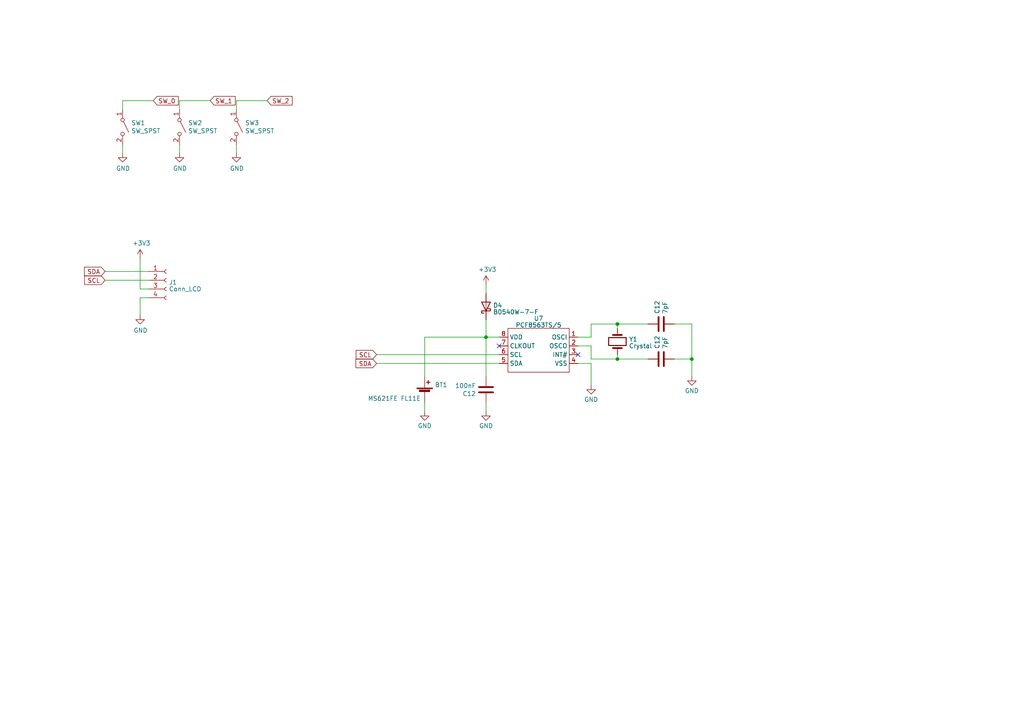
<source format=kicad_sch>
(kicad_sch (version 20230121) (generator eeschema)

  (uuid 4f6c85a2-b818-449f-a03a-d2699dd43191)

  (paper "A4")

  (lib_symbols
    (symbol "Connector:Conn_01x04_Socket" (pin_names (offset 1.016) hide) (in_bom yes) (on_board yes)
      (property "Reference" "J" (at 0 5.08 0)
        (effects (font (size 1.27 1.27)))
      )
      (property "Value" "Conn_01x04_Socket" (at 0 -7.62 0)
        (effects (font (size 1.27 1.27)))
      )
      (property "Footprint" "" (at 0 0 0)
        (effects (font (size 1.27 1.27)) hide)
      )
      (property "Datasheet" "~" (at 0 0 0)
        (effects (font (size 1.27 1.27)) hide)
      )
      (property "ki_locked" "" (at 0 0 0)
        (effects (font (size 1.27 1.27)))
      )
      (property "ki_keywords" "connector" (at 0 0 0)
        (effects (font (size 1.27 1.27)) hide)
      )
      (property "ki_description" "Generic connector, single row, 01x04, script generated" (at 0 0 0)
        (effects (font (size 1.27 1.27)) hide)
      )
      (property "ki_fp_filters" "Connector*:*_1x??_*" (at 0 0 0)
        (effects (font (size 1.27 1.27)) hide)
      )
      (symbol "Conn_01x04_Socket_1_1"
        (arc (start 0 -4.572) (mid -0.5058 -5.08) (end 0 -5.588)
          (stroke (width 0.1524) (type default))
          (fill (type none))
        )
        (arc (start 0 -2.032) (mid -0.5058 -2.54) (end 0 -3.048)
          (stroke (width 0.1524) (type default))
          (fill (type none))
        )
        (polyline
          (pts
            (xy -1.27 -5.08)
            (xy -0.508 -5.08)
          )
          (stroke (width 0.1524) (type default))
          (fill (type none))
        )
        (polyline
          (pts
            (xy -1.27 -2.54)
            (xy -0.508 -2.54)
          )
          (stroke (width 0.1524) (type default))
          (fill (type none))
        )
        (polyline
          (pts
            (xy -1.27 0)
            (xy -0.508 0)
          )
          (stroke (width 0.1524) (type default))
          (fill (type none))
        )
        (polyline
          (pts
            (xy -1.27 2.54)
            (xy -0.508 2.54)
          )
          (stroke (width 0.1524) (type default))
          (fill (type none))
        )
        (arc (start 0 0.508) (mid -0.5058 0) (end 0 -0.508)
          (stroke (width 0.1524) (type default))
          (fill (type none))
        )
        (arc (start 0 3.048) (mid -0.5058 2.54) (end 0 2.032)
          (stroke (width 0.1524) (type default))
          (fill (type none))
        )
        (pin passive line (at -5.08 2.54 0) (length 3.81)
          (name "Pin_1" (effects (font (size 1.27 1.27))))
          (number "1" (effects (font (size 1.27 1.27))))
        )
        (pin passive line (at -5.08 0 0) (length 3.81)
          (name "Pin_2" (effects (font (size 1.27 1.27))))
          (number "2" (effects (font (size 1.27 1.27))))
        )
        (pin passive line (at -5.08 -2.54 0) (length 3.81)
          (name "Pin_3" (effects (font (size 1.27 1.27))))
          (number "3" (effects (font (size 1.27 1.27))))
        )
        (pin passive line (at -5.08 -5.08 0) (length 3.81)
          (name "Pin_4" (effects (font (size 1.27 1.27))))
          (number "4" (effects (font (size 1.27 1.27))))
        )
      )
    )
    (symbol "Device:Battery_Cell" (pin_numbers hide) (pin_names (offset 0) hide) (in_bom yes) (on_board yes)
      (property "Reference" "BT" (at 2.54 2.54 0)
        (effects (font (size 1.27 1.27)) (justify left))
      )
      (property "Value" "Battery_Cell" (at 2.54 0 0)
        (effects (font (size 1.27 1.27)) (justify left))
      )
      (property "Footprint" "" (at 0 1.524 90)
        (effects (font (size 1.27 1.27)) hide)
      )
      (property "Datasheet" "~" (at 0 1.524 90)
        (effects (font (size 1.27 1.27)) hide)
      )
      (property "ki_keywords" "battery cell" (at 0 0 0)
        (effects (font (size 1.27 1.27)) hide)
      )
      (property "ki_description" "Single-cell battery" (at 0 0 0)
        (effects (font (size 1.27 1.27)) hide)
      )
      (symbol "Battery_Cell_0_1"
        (rectangle (start -2.286 1.778) (end 2.286 1.524)
          (stroke (width 0) (type default))
          (fill (type outline))
        )
        (rectangle (start -1.5748 1.1938) (end 1.4732 0.6858)
          (stroke (width 0) (type default))
          (fill (type outline))
        )
        (polyline
          (pts
            (xy 0 0.762)
            (xy 0 0)
          )
          (stroke (width 0) (type default))
          (fill (type none))
        )
        (polyline
          (pts
            (xy 0 1.778)
            (xy 0 2.54)
          )
          (stroke (width 0) (type default))
          (fill (type none))
        )
        (polyline
          (pts
            (xy 0.508 3.429)
            (xy 1.524 3.429)
          )
          (stroke (width 0.254) (type default))
          (fill (type none))
        )
        (polyline
          (pts
            (xy 1.016 3.937)
            (xy 1.016 2.921)
          )
          (stroke (width 0.254) (type default))
          (fill (type none))
        )
      )
      (symbol "Battery_Cell_1_1"
        (pin passive line (at 0 5.08 270) (length 2.54)
          (name "+" (effects (font (size 1.27 1.27))))
          (number "1" (effects (font (size 1.27 1.27))))
        )
        (pin passive line (at 0 -2.54 90) (length 2.54)
          (name "-" (effects (font (size 1.27 1.27))))
          (number "2" (effects (font (size 1.27 1.27))))
        )
      )
    )
    (symbol "Device:C" (pin_numbers hide) (pin_names (offset 0.254)) (in_bom yes) (on_board yes)
      (property "Reference" "C" (at 0.635 2.54 0)
        (effects (font (size 1.27 1.27)) (justify left))
      )
      (property "Value" "C" (at 0.635 -2.54 0)
        (effects (font (size 1.27 1.27)) (justify left))
      )
      (property "Footprint" "" (at 0.9652 -3.81 0)
        (effects (font (size 1.27 1.27)) hide)
      )
      (property "Datasheet" "~" (at 0 0 0)
        (effects (font (size 1.27 1.27)) hide)
      )
      (property "ki_keywords" "cap capacitor" (at 0 0 0)
        (effects (font (size 1.27 1.27)) hide)
      )
      (property "ki_description" "Unpolarized capacitor" (at 0 0 0)
        (effects (font (size 1.27 1.27)) hide)
      )
      (property "ki_fp_filters" "C_*" (at 0 0 0)
        (effects (font (size 1.27 1.27)) hide)
      )
      (symbol "C_0_1"
        (polyline
          (pts
            (xy -2.032 -0.762)
            (xy 2.032 -0.762)
          )
          (stroke (width 0.508) (type default))
          (fill (type none))
        )
        (polyline
          (pts
            (xy -2.032 0.762)
            (xy 2.032 0.762)
          )
          (stroke (width 0.508) (type default))
          (fill (type none))
        )
      )
      (symbol "C_1_1"
        (pin passive line (at 0 3.81 270) (length 2.794)
          (name "~" (effects (font (size 1.27 1.27))))
          (number "1" (effects (font (size 1.27 1.27))))
        )
        (pin passive line (at 0 -3.81 90) (length 2.794)
          (name "~" (effects (font (size 1.27 1.27))))
          (number "2" (effects (font (size 1.27 1.27))))
        )
      )
    )
    (symbol "Device:Crystal" (pin_numbers hide) (pin_names (offset 1.016) hide) (in_bom yes) (on_board yes)
      (property "Reference" "Y" (at 0 3.81 0)
        (effects (font (size 1.27 1.27)))
      )
      (property "Value" "Crystal" (at 0 -3.81 0)
        (effects (font (size 1.27 1.27)))
      )
      (property "Footprint" "" (at 0 0 0)
        (effects (font (size 1.27 1.27)) hide)
      )
      (property "Datasheet" "~" (at 0 0 0)
        (effects (font (size 1.27 1.27)) hide)
      )
      (property "ki_keywords" "quartz ceramic resonator oscillator" (at 0 0 0)
        (effects (font (size 1.27 1.27)) hide)
      )
      (property "ki_description" "Two pin crystal" (at 0 0 0)
        (effects (font (size 1.27 1.27)) hide)
      )
      (property "ki_fp_filters" "Crystal*" (at 0 0 0)
        (effects (font (size 1.27 1.27)) hide)
      )
      (symbol "Crystal_0_1"
        (rectangle (start -1.143 2.54) (end 1.143 -2.54)
          (stroke (width 0.3048) (type default))
          (fill (type none))
        )
        (polyline
          (pts
            (xy -2.54 0)
            (xy -1.905 0)
          )
          (stroke (width 0) (type default))
          (fill (type none))
        )
        (polyline
          (pts
            (xy -1.905 -1.27)
            (xy -1.905 1.27)
          )
          (stroke (width 0.508) (type default))
          (fill (type none))
        )
        (polyline
          (pts
            (xy 1.905 -1.27)
            (xy 1.905 1.27)
          )
          (stroke (width 0.508) (type default))
          (fill (type none))
        )
        (polyline
          (pts
            (xy 2.54 0)
            (xy 1.905 0)
          )
          (stroke (width 0) (type default))
          (fill (type none))
        )
      )
      (symbol "Crystal_1_1"
        (pin passive line (at -3.81 0 0) (length 1.27)
          (name "1" (effects (font (size 1.27 1.27))))
          (number "1" (effects (font (size 1.27 1.27))))
        )
        (pin passive line (at 3.81 0 180) (length 1.27)
          (name "2" (effects (font (size 1.27 1.27))))
          (number "2" (effects (font (size 1.27 1.27))))
        )
      )
    )
    (symbol "Device:D_Schottky" (pin_numbers hide) (pin_names (offset 1.016) hide) (in_bom yes) (on_board yes)
      (property "Reference" "D" (at 0 2.54 0)
        (effects (font (size 1.27 1.27)))
      )
      (property "Value" "D_Schottky" (at 0 -2.54 0)
        (effects (font (size 1.27 1.27)))
      )
      (property "Footprint" "" (at 0 0 0)
        (effects (font (size 1.27 1.27)) hide)
      )
      (property "Datasheet" "~" (at 0 0 0)
        (effects (font (size 1.27 1.27)) hide)
      )
      (property "ki_keywords" "diode Schottky" (at 0 0 0)
        (effects (font (size 1.27 1.27)) hide)
      )
      (property "ki_description" "Schottky diode" (at 0 0 0)
        (effects (font (size 1.27 1.27)) hide)
      )
      (property "ki_fp_filters" "TO-???* *_Diode_* *SingleDiode* D_*" (at 0 0 0)
        (effects (font (size 1.27 1.27)) hide)
      )
      (symbol "D_Schottky_0_1"
        (polyline
          (pts
            (xy 1.27 0)
            (xy -1.27 0)
          )
          (stroke (width 0) (type default))
          (fill (type none))
        )
        (polyline
          (pts
            (xy 1.27 1.27)
            (xy 1.27 -1.27)
            (xy -1.27 0)
            (xy 1.27 1.27)
          )
          (stroke (width 0.254) (type default))
          (fill (type none))
        )
        (polyline
          (pts
            (xy -1.905 0.635)
            (xy -1.905 1.27)
            (xy -1.27 1.27)
            (xy -1.27 -1.27)
            (xy -0.635 -1.27)
            (xy -0.635 -0.635)
          )
          (stroke (width 0.254) (type default))
          (fill (type none))
        )
      )
      (symbol "D_Schottky_1_1"
        (pin passive line (at -3.81 0 0) (length 2.54)
          (name "K" (effects (font (size 1.27 1.27))))
          (number "1" (effects (font (size 1.27 1.27))))
        )
        (pin passive line (at 3.81 0 180) (length 2.54)
          (name "A" (effects (font (size 1.27 1.27))))
          (number "2" (effects (font (size 1.27 1.27))))
        )
      )
    )
    (symbol "GND_1" (power) (pin_names (offset 0)) (in_bom yes) (on_board yes)
      (property "Reference" "#PWR" (at 0 -6.35 0)
        (effects (font (size 1.27 1.27)) hide)
      )
      (property "Value" "GND_1" (at 0 -3.81 0)
        (effects (font (size 1.27 1.27)))
      )
      (property "Footprint" "" (at 0 0 0)
        (effects (font (size 1.27 1.27)) hide)
      )
      (property "Datasheet" "" (at 0 0 0)
        (effects (font (size 1.27 1.27)) hide)
      )
      (property "ki_keywords" "global power" (at 0 0 0)
        (effects (font (size 1.27 1.27)) hide)
      )
      (property "ki_description" "Power symbol creates a global label with name \"GND\" , ground" (at 0 0 0)
        (effects (font (size 1.27 1.27)) hide)
      )
      (symbol "GND_1_0_1"
        (polyline
          (pts
            (xy 0 0)
            (xy 0 -1.27)
            (xy 1.27 -1.27)
            (xy 0 -2.54)
            (xy -1.27 -1.27)
            (xy 0 -1.27)
          )
          (stroke (width 0) (type default))
          (fill (type none))
        )
      )
      (symbol "GND_1_1_1"
        (pin power_in line (at 0 0 270) (length 0) hide
          (name "GND" (effects (font (size 1.27 1.27))))
          (number "1" (effects (font (size 1.27 1.27))))
        )
      )
    )
    (symbol "Nixie_Clock:PCF8563TS{slash}5" (in_bom yes) (on_board yes)
      (property "Reference" "U" (at -7.62 7.62 0)
        (effects (font (size 1.27 1.27)))
      )
      (property "Value" "PCF8563TS{slash}5" (at 0 -7.62 0)
        (effects (font (size 1.27 1.27)))
      )
      (property "Footprint" "" (at -11.43 3.81 0)
        (effects (font (size 1.27 1.27)) hide)
      )
      (property "Datasheet" "" (at -11.43 3.81 0)
        (effects (font (size 1.27 1.27)) hide)
      )
      (symbol "PCF8563TS{slash}5_0_0"
        (pin input line (at -11.43 3.81 0) (length 2.54)
          (name "OSCI" (effects (font (size 1.27 1.27))))
          (number "1" (effects (font (size 1.27 1.27))))
        )
        (pin output line (at -11.43 1.27 0) (length 2.54)
          (name "OSCO" (effects (font (size 1.27 1.27))))
          (number "2" (effects (font (size 1.27 1.27))))
        )
        (pin output line (at -11.43 -1.27 0) (length 2.54)
          (name "INT#" (effects (font (size 1.27 1.27))))
          (number "3" (effects (font (size 1.27 1.27))))
        )
        (pin power_in line (at -11.43 -3.81 0) (length 2.54)
          (name "VSS" (effects (font (size 1.27 1.27))))
          (number "4" (effects (font (size 1.27 1.27))))
        )
        (pin bidirectional line (at 11.43 -3.81 180) (length 2.54)
          (name "SDA" (effects (font (size 1.27 1.27))))
          (number "5" (effects (font (size 1.27 1.27))))
        )
        (pin input line (at 11.43 -1.27 180) (length 2.54)
          (name "SCL" (effects (font (size 1.27 1.27))))
          (number "6" (effects (font (size 1.27 1.27))))
        )
        (pin output line (at 11.43 1.27 180) (length 2.54)
          (name "CLKOUT" (effects (font (size 1.27 1.27))))
          (number "7" (effects (font (size 1.27 1.27))))
        )
        (pin power_in line (at 11.43 3.81 180) (length 2.54)
          (name "VDD" (effects (font (size 1.27 1.27))))
          (number "8" (effects (font (size 1.27 1.27))))
        )
      )
      (symbol "PCF8563TS{slash}5_0_1"
        (rectangle (start -8.89 6.35) (end 8.89 -6.35)
          (stroke (width 0) (type default))
          (fill (type none))
        )
      )
    )
    (symbol "Switch:SW_SPST" (pin_names (offset 0) hide) (in_bom yes) (on_board yes)
      (property "Reference" "SW" (at 0 3.175 0)
        (effects (font (size 1.27 1.27)))
      )
      (property "Value" "SW_SPST" (at 0 -2.54 0)
        (effects (font (size 1.27 1.27)))
      )
      (property "Footprint" "" (at 0 0 0)
        (effects (font (size 1.27 1.27)) hide)
      )
      (property "Datasheet" "~" (at 0 0 0)
        (effects (font (size 1.27 1.27)) hide)
      )
      (property "ki_keywords" "switch lever" (at 0 0 0)
        (effects (font (size 1.27 1.27)) hide)
      )
      (property "ki_description" "Single Pole Single Throw (SPST) switch" (at 0 0 0)
        (effects (font (size 1.27 1.27)) hide)
      )
      (symbol "SW_SPST_0_0"
        (circle (center -2.032 0) (radius 0.508)
          (stroke (width 0) (type default))
          (fill (type none))
        )
        (polyline
          (pts
            (xy -1.524 0.254)
            (xy 1.524 1.778)
          )
          (stroke (width 0) (type default))
          (fill (type none))
        )
        (circle (center 2.032 0) (radius 0.508)
          (stroke (width 0) (type default))
          (fill (type none))
        )
      )
      (symbol "SW_SPST_1_1"
        (pin passive line (at -5.08 0 0) (length 2.54)
          (name "A" (effects (font (size 1.27 1.27))))
          (number "1" (effects (font (size 1.27 1.27))))
        )
        (pin passive line (at 5.08 0 180) (length 2.54)
          (name "B" (effects (font (size 1.27 1.27))))
          (number "2" (effects (font (size 1.27 1.27))))
        )
      )
    )
    (symbol "power:+3.3V" (power) (pin_names (offset 0)) (in_bom yes) (on_board yes)
      (property "Reference" "#PWR" (at 0 -3.81 0)
        (effects (font (size 1.27 1.27)) hide)
      )
      (property "Value" "+3.3V" (at 0 3.556 0)
        (effects (font (size 1.27 1.27)))
      )
      (property "Footprint" "" (at 0 0 0)
        (effects (font (size 1.27 1.27)) hide)
      )
      (property "Datasheet" "" (at 0 0 0)
        (effects (font (size 1.27 1.27)) hide)
      )
      (property "ki_keywords" "power-flag" (at 0 0 0)
        (effects (font (size 1.27 1.27)) hide)
      )
      (property "ki_description" "Power symbol creates a global label with name \"+3.3V\"" (at 0 0 0)
        (effects (font (size 1.27 1.27)) hide)
      )
      (symbol "+3.3V_0_1"
        (polyline
          (pts
            (xy -0.762 1.27)
            (xy 0 2.54)
          )
          (stroke (width 0) (type default))
          (fill (type none))
        )
        (polyline
          (pts
            (xy 0 0)
            (xy 0 2.54)
          )
          (stroke (width 0) (type default))
          (fill (type none))
        )
        (polyline
          (pts
            (xy 0 2.54)
            (xy 0.762 1.27)
          )
          (stroke (width 0) (type default))
          (fill (type none))
        )
      )
      (symbol "+3.3V_1_1"
        (pin power_in line (at 0 0 90) (length 0) hide
          (name "+3V3" (effects (font (size 1.27 1.27))))
          (number "1" (effects (font (size 1.27 1.27))))
        )
      )
    )
    (symbol "power:GND" (power) (pin_names (offset 0)) (in_bom yes) (on_board yes)
      (property "Reference" "#PWR" (at 0 -6.35 0)
        (effects (font (size 1.27 1.27)) hide)
      )
      (property "Value" "GND" (at 0 -3.81 0)
        (effects (font (size 1.27 1.27)))
      )
      (property "Footprint" "" (at 0 0 0)
        (effects (font (size 1.27 1.27)) hide)
      )
      (property "Datasheet" "" (at 0 0 0)
        (effects (font (size 1.27 1.27)) hide)
      )
      (property "ki_keywords" "power-flag" (at 0 0 0)
        (effects (font (size 1.27 1.27)) hide)
      )
      (property "ki_description" "Power symbol creates a global label with name \"GND\" , ground" (at 0 0 0)
        (effects (font (size 1.27 1.27)) hide)
      )
      (symbol "GND_0_1"
        (polyline
          (pts
            (xy 0 0)
            (xy 0 -1.27)
            (xy 1.27 -1.27)
            (xy 0 -2.54)
            (xy -1.27 -1.27)
            (xy 0 -1.27)
          )
          (stroke (width 0) (type default))
          (fill (type none))
        )
      )
      (symbol "GND_1_1"
        (pin power_in line (at 0 0 270) (length 0) hide
          (name "GND" (effects (font (size 1.27 1.27))))
          (number "1" (effects (font (size 1.27 1.27))))
        )
      )
    )
  )

  (junction (at 200.66 104.14) (diameter 0) (color 0 0 0 0)
    (uuid 11159eed-e420-447f-9e1b-f5c463855ea6)
  )
  (junction (at 179.07 104.14) (diameter 0) (color 0 0 0 0)
    (uuid 939bbd65-5c8d-4ae3-9395-0720b8fab9e0)
  )
  (junction (at 179.07 93.98) (diameter 0) (color 0 0 0 0)
    (uuid b3da0b63-2212-42d2-80c1-9645647b24a2)
  )
  (junction (at 140.97 97.79) (diameter 0) (color 0 0 0 0)
    (uuid bdd50689-2d17-476e-8e3e-e2322c3d554c)
  )

  (no_connect (at 167.64 102.87) (uuid 13a5d448-5a48-4ef8-aceb-eb1bce423c51))
  (no_connect (at 144.78 100.33) (uuid f8e21051-8bc6-462d-b273-ff7e377b1dd9))

  (wire (pts (xy 140.97 82.55) (xy 140.97 85.09))
    (stroke (width 0) (type default))
    (uuid 00036008-fac2-4ea3-9ffd-59de34e2faad)
  )
  (wire (pts (xy 167.64 97.79) (xy 171.45 97.79))
    (stroke (width 0) (type default))
    (uuid 0af30f05-10db-42fa-856a-7cee060a6071)
  )
  (wire (pts (xy 171.45 104.14) (xy 171.45 100.33))
    (stroke (width 0) (type default))
    (uuid 0ccbe728-7792-40f9-a49a-43f6939155b4)
  )
  (wire (pts (xy 140.97 97.79) (xy 140.97 109.22))
    (stroke (width 0) (type default))
    (uuid 0f22d17c-6258-4b72-8b5e-488c64b19b19)
  )
  (wire (pts (xy 52.07 29.21) (xy 52.07 31.75))
    (stroke (width 0) (type default))
    (uuid 3b5891d3-2b64-47c1-a4bf-9fb9e5075a10)
  )
  (wire (pts (xy 52.07 29.21) (xy 60.96 29.21))
    (stroke (width 0) (type default))
    (uuid 3c0a397b-2807-4460-9f9e-dd6976e412fe)
  )
  (wire (pts (xy 179.07 93.98) (xy 179.07 95.25))
    (stroke (width 0) (type default))
    (uuid 3d7b8d71-95dc-4224-a1cf-99d0f28c31db)
  )
  (wire (pts (xy 123.19 109.22) (xy 123.19 97.79))
    (stroke (width 0) (type default))
    (uuid 41fa64b5-959a-4246-a9df-84e15bccbe43)
  )
  (wire (pts (xy 179.07 93.98) (xy 187.96 93.98))
    (stroke (width 0) (type default))
    (uuid 459e1ceb-3da8-4b4b-88b6-cace21648e6e)
  )
  (wire (pts (xy 195.58 93.98) (xy 200.66 93.98))
    (stroke (width 0) (type default))
    (uuid 490c6643-6f23-4a60-8795-fdd5c8f3ef1d)
  )
  (wire (pts (xy 200.66 104.14) (xy 200.66 109.22))
    (stroke (width 0) (type default))
    (uuid 4aaff7dd-cf7a-4823-8977-64c5c7558f43)
  )
  (wire (pts (xy 35.56 29.21) (xy 44.45 29.21))
    (stroke (width 0) (type default))
    (uuid 4c5f8216-c639-48b3-8071-e95e683e4c7e)
  )
  (wire (pts (xy 30.48 78.74) (xy 43.18 78.74))
    (stroke (width 0) (type default))
    (uuid 4e8ba4e1-eaba-4059-9aa1-a73434fc2d65)
  )
  (wire (pts (xy 68.58 29.21) (xy 68.58 31.75))
    (stroke (width 0) (type default))
    (uuid 500c322c-75d2-44fb-bbe1-4f910251971f)
  )
  (wire (pts (xy 171.45 93.98) (xy 179.07 93.98))
    (stroke (width 0) (type default))
    (uuid 62082eca-6439-4e9d-b06c-a14cda42a8a5)
  )
  (wire (pts (xy 40.64 86.36) (xy 40.64 91.44))
    (stroke (width 0) (type default))
    (uuid 6494d684-af2c-4b34-8884-910eeea92b90)
  )
  (wire (pts (xy 195.58 104.14) (xy 200.66 104.14))
    (stroke (width 0) (type default))
    (uuid 6c60d047-4006-4b24-92b7-774b0365d26f)
  )
  (wire (pts (xy 30.48 81.28) (xy 43.18 81.28))
    (stroke (width 0) (type default))
    (uuid 6d110f93-8f0d-4bfc-8c34-ea6503cfebd2)
  )
  (wire (pts (xy 109.22 105.41) (xy 144.78 105.41))
    (stroke (width 0) (type default))
    (uuid 6edc99be-8ca9-446a-892d-700f891e421c)
  )
  (wire (pts (xy 171.45 100.33) (xy 167.64 100.33))
    (stroke (width 0) (type default))
    (uuid 6ff08756-c70b-401e-abd4-bf90c8994515)
  )
  (wire (pts (xy 43.18 86.36) (xy 40.64 86.36))
    (stroke (width 0) (type default))
    (uuid 7626d5bf-506e-405c-8599-df2caebfecc0)
  )
  (wire (pts (xy 52.07 41.91) (xy 52.07 44.45))
    (stroke (width 0) (type default))
    (uuid 7d679c19-d640-4142-907d-aaacfd3bd0d6)
  )
  (wire (pts (xy 40.64 83.82) (xy 40.64 74.93))
    (stroke (width 0) (type default))
    (uuid 7e071562-3140-41d8-ae9d-232ea67ed32d)
  )
  (wire (pts (xy 171.45 105.41) (xy 171.45 111.76))
    (stroke (width 0) (type default))
    (uuid 7f09c566-26ba-41f2-b234-b7e349f0f411)
  )
  (wire (pts (xy 179.07 104.14) (xy 171.45 104.14))
    (stroke (width 0) (type default))
    (uuid 87ecd1d4-a86a-4488-a8ec-89f758ae84da)
  )
  (wire (pts (xy 179.07 102.87) (xy 179.07 104.14))
    (stroke (width 0) (type default))
    (uuid 8c822a02-94d9-45c1-8e41-b8c6956b34f8)
  )
  (wire (pts (xy 123.19 97.79) (xy 140.97 97.79))
    (stroke (width 0) (type default))
    (uuid 937ab45c-c3a0-44c7-9612-27c1cf9729a7)
  )
  (wire (pts (xy 43.18 83.82) (xy 40.64 83.82))
    (stroke (width 0) (type default))
    (uuid 97618308-ab84-48ef-b8e7-4aac59db309b)
  )
  (wire (pts (xy 200.66 93.98) (xy 200.66 104.14))
    (stroke (width 0) (type default))
    (uuid a0341784-2b83-4920-8b15-bf64f271bb1a)
  )
  (wire (pts (xy 35.56 41.91) (xy 35.56 44.45))
    (stroke (width 0) (type default))
    (uuid a7f6e79c-2cef-46ca-9b53-23471c9c411d)
  )
  (wire (pts (xy 68.58 41.91) (xy 68.58 44.45))
    (stroke (width 0) (type default))
    (uuid b83f1184-b6b1-4c4e-9fa1-c51abc7a532d)
  )
  (wire (pts (xy 123.19 116.84) (xy 123.19 119.38))
    (stroke (width 0) (type default))
    (uuid b89b1fc4-f84f-4e5a-a940-32b9f21ff974)
  )
  (wire (pts (xy 187.96 104.14) (xy 179.07 104.14))
    (stroke (width 0) (type default))
    (uuid e0964397-628e-45fb-b6ed-53d35ad6a82e)
  )
  (wire (pts (xy 68.58 29.21) (xy 77.47 29.21))
    (stroke (width 0) (type default))
    (uuid e15f8db7-bf6c-4e7b-838e-e5f82cb24443)
  )
  (wire (pts (xy 167.64 105.41) (xy 171.45 105.41))
    (stroke (width 0) (type default))
    (uuid e26b5338-dd9c-4728-896d-95bdf3f73730)
  )
  (wire (pts (xy 171.45 97.79) (xy 171.45 93.98))
    (stroke (width 0) (type default))
    (uuid e2b61864-bd5b-4069-9e28-71661d01dda8)
  )
  (wire (pts (xy 140.97 97.79) (xy 140.97 92.71))
    (stroke (width 0) (type default))
    (uuid f40eaa56-9551-44da-a204-2167d9aac38c)
  )
  (wire (pts (xy 144.78 97.79) (xy 140.97 97.79))
    (stroke (width 0) (type default))
    (uuid f6afc1f8-0305-4762-923c-3eaaa4abde46)
  )
  (wire (pts (xy 35.56 29.21) (xy 35.56 31.75))
    (stroke (width 0) (type default))
    (uuid fb4a0131-fc64-4d2f-a853-dac616a88e43)
  )
  (wire (pts (xy 109.22 102.87) (xy 144.78 102.87))
    (stroke (width 0) (type default))
    (uuid fcfa5c99-01c1-42d0-876b-2a56ae1d03e5)
  )
  (wire (pts (xy 140.97 116.84) (xy 140.97 119.38))
    (stroke (width 0) (type default))
    (uuid fd72296d-00f4-4dcd-b84e-e5f9b8d52506)
  )

  (global_label "SDA" (shape input) (at 109.22 105.41 180) (fields_autoplaced)
    (effects (font (size 1.27 1.27)) (justify right))
    (uuid 4d01549b-4b26-4cfb-9207-a53d2fc1b069)
    (property "Intersheetrefs" "${INTERSHEET_REFS}" (at 103.4003 105.41 0)
      (effects (font (size 1.27 1.27)) (justify right) hide)
    )
  )
  (global_label "SCL" (shape input) (at 109.22 102.87 180) (fields_autoplaced)
    (effects (font (size 1.27 1.27)) (justify right))
    (uuid 55d253e2-e86d-44e0-ab40-57192692f814)
    (property "Intersheetrefs" "${INTERSHEET_REFS}" (at 103.4608 102.87 0)
      (effects (font (size 1.27 1.27)) (justify right) hide)
    )
  )
  (global_label "SDA" (shape input) (at 30.48 78.74 180) (fields_autoplaced)
    (effects (font (size 1.27 1.27)) (justify right))
    (uuid 564d93ca-69a2-4b2b-bd4c-70ceb4ed298e)
    (property "Intersheetrefs" "${INTERSHEET_REFS}" (at 24.6603 78.74 0)
      (effects (font (size 1.27 1.27)) (justify right) hide)
    )
  )
  (global_label "SW_0" (shape input) (at 44.45 29.21 0) (fields_autoplaced)
    (effects (font (size 1.27 1.27)) (justify left))
    (uuid a64d8d89-082b-453e-b92a-2ff8ff05bfc2)
    (property "Intersheetrefs" "${INTERSHEET_REFS}" (at 52.1938 29.21 0)
      (effects (font (size 1.27 1.27)) (justify left) hide)
    )
  )
  (global_label "SW_2" (shape input) (at 77.47 29.21 0) (fields_autoplaced)
    (effects (font (size 1.27 1.27)) (justify left))
    (uuid a9abc391-9467-4ab6-8d5d-0f719fdaab3c)
    (property "Intersheetrefs" "${INTERSHEET_REFS}" (at 85.2138 29.21 0)
      (effects (font (size 1.27 1.27)) (justify left) hide)
    )
  )
  (global_label "SCL" (shape input) (at 30.48 81.28 180) (fields_autoplaced)
    (effects (font (size 1.27 1.27)) (justify right))
    (uuid b547b468-6237-4179-9d40-8bfe56bcc2b2)
    (property "Intersheetrefs" "${INTERSHEET_REFS}" (at 24.7208 81.28 0)
      (effects (font (size 1.27 1.27)) (justify right) hide)
    )
  )
  (global_label "SW_1" (shape input) (at 60.96 29.21 0) (fields_autoplaced)
    (effects (font (size 1.27 1.27)) (justify left))
    (uuid ef5ab357-7b36-45b2-b45b-333a0679b81b)
    (property "Intersheetrefs" "${INTERSHEET_REFS}" (at 68.7038 29.21 0)
      (effects (font (size 1.27 1.27)) (justify left) hide)
    )
  )

  (symbol (lib_id "power:GND") (at 68.58 44.45 0) (unit 1)
    (in_bom yes) (on_board yes) (dnp no)
    (uuid 018c075e-0366-49b7-afb5-7b222b1654eb)
    (property "Reference" "#PWR061" (at 68.58 50.8 0)
      (effects (font (size 1.27 1.27)) hide)
    )
    (property "Value" "GND" (at 68.707 48.8442 0)
      (effects (font (size 1.27 1.27)))
    )
    (property "Footprint" "" (at 68.58 44.45 0)
      (effects (font (size 1.27 1.27)) hide)
    )
    (property "Datasheet" "" (at 68.58 44.45 0)
      (effects (font (size 1.27 1.27)) hide)
    )
    (pin "1" (uuid e03e3c57-ada7-4fe5-9591-edd3c7ab7ce9))
    (instances
      (project "IN-16_Nixie_Clock"
        (path "/821da766-ea23-4111-a585-16062d3dedf2"
          (reference "#PWR061") (unit 1)
        )
        (path "/821da766-ea23-4111-a585-16062d3dedf2/c1595119-b674-4c4e-a76e-8334b7d51dcd"
          (reference "#PWR061") (unit 1)
        )
      )
      (project "NixieClockKit_ESP32_IN-4_4digit"
        (path "/9aedbb9e-8340-4899-b813-05b23382a36b/00000000-0000-0000-0000-000061038efe"
          (reference "#PWR036") (unit 1)
        )
      )
    )
  )

  (symbol (lib_name "GND_1") (lib_id "power:GND") (at 200.66 109.22 0) (unit 1)
    (in_bom yes) (on_board yes) (dnp no) (fields_autoplaced)
    (uuid 07581916-af45-4144-b43e-6008096a39e9)
    (property "Reference" "#PWR071" (at 200.66 115.57 0)
      (effects (font (size 1.27 1.27)) hide)
    )
    (property "Value" "GND" (at 200.66 113.3555 0)
      (effects (font (size 1.27 1.27)))
    )
    (property "Footprint" "" (at 200.66 109.22 0)
      (effects (font (size 1.27 1.27)) hide)
    )
    (property "Datasheet" "" (at 200.66 109.22 0)
      (effects (font (size 1.27 1.27)) hide)
    )
    (pin "1" (uuid 71aaf1ef-c753-4ec9-bdc1-ce545986d2e0))
    (instances
      (project "IN-16_Nixie_Clock"
        (path "/821da766-ea23-4111-a585-16062d3dedf2/c1595119-b674-4c4e-a76e-8334b7d51dcd"
          (reference "#PWR071") (unit 1)
        )
      )
    )
  )

  (symbol (lib_id "Switch:SW_SPST") (at 35.56 36.83 270) (unit 1)
    (in_bom yes) (on_board yes) (dnp no)
    (uuid 12ece925-0dd0-4e06-a75f-2e3b78070479)
    (property "Reference" "SW1" (at 38.0492 35.6616 90)
      (effects (font (size 1.27 1.27)) (justify left))
    )
    (property "Value" "SW_SPST" (at 38.0492 37.973 90)
      (effects (font (size 1.27 1.27)) (justify left))
    )
    (property "Footprint" "Button_Switch_THT:SW_PUSH_6mm_H4.3mm" (at 35.56 36.83 0)
      (effects (font (size 1.27 1.27)) hide)
    )
    (property "Datasheet" "~" (at 35.56 36.83 0)
      (effects (font (size 1.27 1.27)) hide)
    )
    (pin "1" (uuid 58bc3139-af27-4faa-ba41-1ab9330dba08))
    (pin "2" (uuid b3c1947d-6c68-4ccb-be96-1a44ef9af248))
    (instances
      (project "IN-16_Nixie_Clock"
        (path "/821da766-ea23-4111-a585-16062d3dedf2"
          (reference "SW1") (unit 1)
        )
        (path "/821da766-ea23-4111-a585-16062d3dedf2/c1595119-b674-4c4e-a76e-8334b7d51dcd"
          (reference "SW1") (unit 1)
        )
      )
      (project "NixieClockKit_ESP32_IN-4_4digit"
        (path "/9aedbb9e-8340-4899-b813-05b23382a36b/00000000-0000-0000-0000-000061038efe"
          (reference "SW3") (unit 1)
        )
      )
    )
  )

  (symbol (lib_id "Device:D_Schottky") (at 140.97 88.9 90) (unit 1)
    (in_bom yes) (on_board yes) (dnp no) (fields_autoplaced)
    (uuid 16026b34-85e6-4095-bfd6-11a978324444)
    (property "Reference" "D4" (at 143.002 88.5738 90)
      (effects (font (size 1.27 1.27)) (justify right))
    )
    (property "Value" "B0540W-7-F" (at 143.002 90.4948 90)
      (effects (font (size 1.27 1.27)) (justify right))
    )
    (property "Footprint" "Diode_SMD:D_SOD-123" (at 140.97 88.9 0)
      (effects (font (size 1.27 1.27)) hide)
    )
    (property "Datasheet" "~" (at 140.97 88.9 0)
      (effects (font (size 1.27 1.27)) hide)
    )
    (pin "1" (uuid 0ddb23fe-8c7c-4cbf-9e61-9c90e38d541a))
    (pin "2" (uuid 72ffc83b-19d6-418d-886c-762c728d8773))
    (instances
      (project "IN-16_Nixie_Clock"
        (path "/821da766-ea23-4111-a585-16062d3dedf2/c1595119-b674-4c4e-a76e-8334b7d51dcd"
          (reference "D4") (unit 1)
        )
      )
    )
  )

  (symbol (lib_id "power:GND") (at 35.56 44.45 0) (unit 1)
    (in_bom yes) (on_board yes) (dnp no)
    (uuid 2619dd43-d605-44a6-89f1-0ee1478ea1f6)
    (property "Reference" "#PWR059" (at 35.56 50.8 0)
      (effects (font (size 1.27 1.27)) hide)
    )
    (property "Value" "GND" (at 35.687 48.8442 0)
      (effects (font (size 1.27 1.27)))
    )
    (property "Footprint" "" (at 35.56 44.45 0)
      (effects (font (size 1.27 1.27)) hide)
    )
    (property "Datasheet" "" (at 35.56 44.45 0)
      (effects (font (size 1.27 1.27)) hide)
    )
    (pin "1" (uuid 7e64e7cb-21ad-4af8-a2c8-750cc7893f61))
    (instances
      (project "IN-16_Nixie_Clock"
        (path "/821da766-ea23-4111-a585-16062d3dedf2"
          (reference "#PWR059") (unit 1)
        )
        (path "/821da766-ea23-4111-a585-16062d3dedf2/c1595119-b674-4c4e-a76e-8334b7d51dcd"
          (reference "#PWR059") (unit 1)
        )
      )
      (project "NixieClockKit_ESP32_IN-4_4digit"
        (path "/9aedbb9e-8340-4899-b813-05b23382a36b/00000000-0000-0000-0000-000061038efe"
          (reference "#PWR032") (unit 1)
        )
      )
    )
  )

  (symbol (lib_id "Switch:SW_SPST") (at 68.58 36.83 270) (unit 1)
    (in_bom yes) (on_board yes) (dnp no)
    (uuid 288ec7fd-9db1-490c-950f-0a7ceca09a8a)
    (property "Reference" "SW3" (at 71.0692 35.6616 90)
      (effects (font (size 1.27 1.27)) (justify left))
    )
    (property "Value" "SW_SPST" (at 71.0692 37.973 90)
      (effects (font (size 1.27 1.27)) (justify left))
    )
    (property "Footprint" "Button_Switch_THT:SW_PUSH_6mm_H4.3mm" (at 68.58 36.83 0)
      (effects (font (size 1.27 1.27)) hide)
    )
    (property "Datasheet" "~" (at 68.58 36.83 0)
      (effects (font (size 1.27 1.27)) hide)
    )
    (pin "1" (uuid fb9c6aa3-7475-4d74-8186-c2d6f363c836))
    (pin "2" (uuid 47bad663-966f-458a-a59e-e9ea9cb42e9c))
    (instances
      (project "IN-16_Nixie_Clock"
        (path "/821da766-ea23-4111-a585-16062d3dedf2"
          (reference "SW3") (unit 1)
        )
        (path "/821da766-ea23-4111-a585-16062d3dedf2/c1595119-b674-4c4e-a76e-8334b7d51dcd"
          (reference "SW3") (unit 1)
        )
      )
      (project "NixieClockKit_ESP32_IN-4_4digit"
        (path "/9aedbb9e-8340-4899-b813-05b23382a36b/00000000-0000-0000-0000-000061038efe"
          (reference "SW5") (unit 1)
        )
      )
    )
  )

  (symbol (lib_id "power:+3.3V") (at 40.64 74.93 0) (unit 1)
    (in_bom yes) (on_board yes) (dnp no)
    (uuid 36bf1c41-7df6-4b96-9ed0-d94a1befcaf7)
    (property "Reference" "#PWR015" (at 40.64 78.74 0)
      (effects (font (size 1.27 1.27)) hide)
    )
    (property "Value" "+3.3V" (at 41.021 70.5358 0)
      (effects (font (size 1.27 1.27)))
    )
    (property "Footprint" "" (at 40.64 74.93 0)
      (effects (font (size 1.27 1.27)) hide)
    )
    (property "Datasheet" "" (at 40.64 74.93 0)
      (effects (font (size 1.27 1.27)) hide)
    )
    (pin "1" (uuid e5712a65-6b06-43a6-ae34-4cf41d094701))
    (instances
      (project "IN-16_Nixie_Clock"
        (path "/821da766-ea23-4111-a585-16062d3dedf2"
          (reference "#PWR015") (unit 1)
        )
        (path "/821da766-ea23-4111-a585-16062d3dedf2/c1595119-b674-4c4e-a76e-8334b7d51dcd"
          (reference "#PWR015") (unit 1)
        )
      )
      (project "NixieClockKit_ESP32_IN-4_4digit"
        (path "/9aedbb9e-8340-4899-b813-05b23382a36b"
          (reference "#PWR05") (unit 1)
        )
      )
    )
  )

  (symbol (lib_name "GND_1") (lib_id "power:GND") (at 123.19 119.38 0) (unit 1)
    (in_bom yes) (on_board yes) (dnp no) (fields_autoplaced)
    (uuid 483157d9-839c-404a-9162-826bad5ef605)
    (property "Reference" "#PWR055" (at 123.19 125.73 0)
      (effects (font (size 1.27 1.27)) hide)
    )
    (property "Value" "GND" (at 123.19 123.5155 0)
      (effects (font (size 1.27 1.27)))
    )
    (property "Footprint" "" (at 123.19 119.38 0)
      (effects (font (size 1.27 1.27)) hide)
    )
    (property "Datasheet" "" (at 123.19 119.38 0)
      (effects (font (size 1.27 1.27)) hide)
    )
    (pin "1" (uuid 1a0dcb74-dd84-4b82-8212-531864522d41))
    (instances
      (project "IN-16_Nixie_Clock"
        (path "/821da766-ea23-4111-a585-16062d3dedf2/c1595119-b674-4c4e-a76e-8334b7d51dcd"
          (reference "#PWR055") (unit 1)
        )
      )
    )
  )

  (symbol (lib_id "Device:C") (at 191.77 93.98 90) (unit 1)
    (in_bom yes) (on_board yes) (dnp no)
    (uuid 7172126c-c281-49f7-866a-9867d6bbff44)
    (property "Reference" "C12" (at 190.6016 91.059 0)
      (effects (font (size 1.27 1.27)) (justify left))
    )
    (property "Value" "7pF" (at 192.913 91.059 0)
      (effects (font (size 1.27 1.27)) (justify left))
    )
    (property "Footprint" "Capacitor_SMD:C_0603_1608Metric" (at 195.58 93.0148 0)
      (effects (font (size 1.27 1.27)) hide)
    )
    (property "Datasheet" "~" (at 191.77 93.98 0)
      (effects (font (size 1.27 1.27)) hide)
    )
    (pin "1" (uuid a20c6feb-a1f9-45ba-a517-2f13a4ea545c))
    (pin "2" (uuid 47f50dfa-0563-4c71-afa3-ad6d5ce55240))
    (instances
      (project "IN-16_Nixie_Clock"
        (path "/821da766-ea23-4111-a585-16062d3dedf2"
          (reference "C12") (unit 1)
        )
        (path "/821da766-ea23-4111-a585-16062d3dedf2/c1595119-b674-4c4e-a76e-8334b7d51dcd"
          (reference "C13") (unit 1)
        )
      )
      (project "NixieClockKit_ESP32_IN-4_4digit"
        (path "/9aedbb9e-8340-4899-b813-05b23382a36b"
          (reference "C5") (unit 1)
        )
      )
    )
  )

  (symbol (lib_name "GND_1") (lib_id "power:GND") (at 140.97 119.38 0) (unit 1)
    (in_bom yes) (on_board yes) (dnp no) (fields_autoplaced)
    (uuid 7327f63f-4385-42aa-80fc-e725d1df1fa6)
    (property "Reference" "#PWR072" (at 140.97 125.73 0)
      (effects (font (size 1.27 1.27)) hide)
    )
    (property "Value" "GND" (at 140.97 123.5155 0)
      (effects (font (size 1.27 1.27)))
    )
    (property "Footprint" "" (at 140.97 119.38 0)
      (effects (font (size 1.27 1.27)) hide)
    )
    (property "Datasheet" "" (at 140.97 119.38 0)
      (effects (font (size 1.27 1.27)) hide)
    )
    (pin "1" (uuid 3f09a348-5abe-4623-8017-d3643546b61e))
    (instances
      (project "IN-16_Nixie_Clock"
        (path "/821da766-ea23-4111-a585-16062d3dedf2/c1595119-b674-4c4e-a76e-8334b7d51dcd"
          (reference "#PWR072") (unit 1)
        )
      )
    )
  )

  (symbol (lib_id "power:+3.3V") (at 140.97 82.55 0) (unit 1)
    (in_bom yes) (on_board yes) (dnp no)
    (uuid 963f6ac4-f240-4011-a640-cd8e2f5e366e)
    (property "Reference" "#PWR015" (at 140.97 86.36 0)
      (effects (font (size 1.27 1.27)) hide)
    )
    (property "Value" "+3.3V" (at 141.351 78.1558 0)
      (effects (font (size 1.27 1.27)))
    )
    (property "Footprint" "" (at 140.97 82.55 0)
      (effects (font (size 1.27 1.27)) hide)
    )
    (property "Datasheet" "" (at 140.97 82.55 0)
      (effects (font (size 1.27 1.27)) hide)
    )
    (pin "1" (uuid 4cae6f79-69b4-4fa7-92ba-f94c0b973a30))
    (instances
      (project "IN-16_Nixie_Clock"
        (path "/821da766-ea23-4111-a585-16062d3dedf2"
          (reference "#PWR015") (unit 1)
        )
        (path "/821da766-ea23-4111-a585-16062d3dedf2/c1595119-b674-4c4e-a76e-8334b7d51dcd"
          (reference "#PWR09") (unit 1)
        )
      )
      (project "NixieClockKit_ESP32_IN-4_4digit"
        (path "/9aedbb9e-8340-4899-b813-05b23382a36b"
          (reference "#PWR05") (unit 1)
        )
      )
    )
  )

  (symbol (lib_id "Connector:Conn_01x04_Socket") (at 48.26 81.28 0) (unit 1)
    (in_bom yes) (on_board yes) (dnp no)
    (uuid 9979a3dd-ceb0-4f3c-834b-d8c7682cc125)
    (property "Reference" "J1" (at 48.9712 81.9063 0)
      (effects (font (size 1.27 1.27)) (justify left))
    )
    (property "Value" "Conn_LCD" (at 48.9712 83.8273 0)
      (effects (font (size 1.27 1.27)) (justify left))
    )
    (property "Footprint" "Connector_PinSocket_2.54mm:PinSocket_1x04_P2.54mm_Vertical" (at 48.26 81.28 0)
      (effects (font (size 1.27 1.27)) hide)
    )
    (property "Datasheet" "~" (at 48.26 81.28 0)
      (effects (font (size 1.27 1.27)) hide)
    )
    (pin "1" (uuid 9b5a0d0c-e884-47aa-9230-372de8ee1129))
    (pin "2" (uuid 6cc6011d-b8d7-481b-8fe4-98cf2a9cae95))
    (pin "3" (uuid e94bc22d-e583-42d2-ade1-856075fc995c))
    (pin "4" (uuid eea8f4e5-eb0d-4998-82f6-227255b3d8f7))
    (instances
      (project "IN-16_Nixie_Clock"
        (path "/821da766-ea23-4111-a585-16062d3dedf2"
          (reference "J1") (unit 1)
        )
        (path "/821da766-ea23-4111-a585-16062d3dedf2/c1595119-b674-4c4e-a76e-8334b7d51dcd"
          (reference "J1") (unit 1)
        )
      )
    )
  )

  (symbol (lib_id "power:GND") (at 52.07 44.45 0) (unit 1)
    (in_bom yes) (on_board yes) (dnp no)
    (uuid 9d242dbd-7f3d-4086-95e9-a3590b2735c5)
    (property "Reference" "#PWR060" (at 52.07 50.8 0)
      (effects (font (size 1.27 1.27)) hide)
    )
    (property "Value" "GND" (at 52.197 48.8442 0)
      (effects (font (size 1.27 1.27)))
    )
    (property "Footprint" "" (at 52.07 44.45 0)
      (effects (font (size 1.27 1.27)) hide)
    )
    (property "Datasheet" "" (at 52.07 44.45 0)
      (effects (font (size 1.27 1.27)) hide)
    )
    (pin "1" (uuid f8241cff-6051-4a1b-8aa3-b2c4954c8cc8))
    (instances
      (project "IN-16_Nixie_Clock"
        (path "/821da766-ea23-4111-a585-16062d3dedf2"
          (reference "#PWR060") (unit 1)
        )
        (path "/821da766-ea23-4111-a585-16062d3dedf2/c1595119-b674-4c4e-a76e-8334b7d51dcd"
          (reference "#PWR060") (unit 1)
        )
      )
      (project "NixieClockKit_ESP32_IN-4_4digit"
        (path "/9aedbb9e-8340-4899-b813-05b23382a36b/00000000-0000-0000-0000-000061038efe"
          (reference "#PWR034") (unit 1)
        )
      )
    )
  )

  (symbol (lib_id "Device:C") (at 140.97 113.03 180) (unit 1)
    (in_bom yes) (on_board yes) (dnp no)
    (uuid a0bb8720-e7ab-4808-8a9d-368fc2b1a42d)
    (property "Reference" "C12" (at 138.049 114.1984 0)
      (effects (font (size 1.27 1.27)) (justify left))
    )
    (property "Value" "100nF" (at 138.049 111.887 0)
      (effects (font (size 1.27 1.27)) (justify left))
    )
    (property "Footprint" "Capacitor_SMD:C_0603_1608Metric" (at 140.0048 109.22 0)
      (effects (font (size 1.27 1.27)) hide)
    )
    (property "Datasheet" "~" (at 140.97 113.03 0)
      (effects (font (size 1.27 1.27)) hide)
    )
    (pin "1" (uuid 1c9c8590-3c0a-412c-a6e2-9e3d67d76b66))
    (pin "2" (uuid a0bbddc7-1408-49c3-b397-e06ab5085a64))
    (instances
      (project "IN-16_Nixie_Clock"
        (path "/821da766-ea23-4111-a585-16062d3dedf2"
          (reference "C12") (unit 1)
        )
        (path "/821da766-ea23-4111-a585-16062d3dedf2/c1595119-b674-4c4e-a76e-8334b7d51dcd"
          (reference "C15") (unit 1)
        )
      )
      (project "NixieClockKit_ESP32_IN-4_4digit"
        (path "/9aedbb9e-8340-4899-b813-05b23382a36b"
          (reference "C5") (unit 1)
        )
      )
    )
  )

  (symbol (lib_name "GND_1") (lib_id "power:GND") (at 171.45 111.76 0) (unit 1)
    (in_bom yes) (on_board yes) (dnp no) (fields_autoplaced)
    (uuid a5ac7e1c-a09d-4629-a7a4-43d92c8c0281)
    (property "Reference" "#PWR070" (at 171.45 118.11 0)
      (effects (font (size 1.27 1.27)) hide)
    )
    (property "Value" "GND" (at 171.45 115.8955 0)
      (effects (font (size 1.27 1.27)))
    )
    (property "Footprint" "" (at 171.45 111.76 0)
      (effects (font (size 1.27 1.27)) hide)
    )
    (property "Datasheet" "" (at 171.45 111.76 0)
      (effects (font (size 1.27 1.27)) hide)
    )
    (pin "1" (uuid 6d5aa4a7-67fb-42b9-92d9-d868403481ae))
    (instances
      (project "IN-16_Nixie_Clock"
        (path "/821da766-ea23-4111-a585-16062d3dedf2/c1595119-b674-4c4e-a76e-8334b7d51dcd"
          (reference "#PWR070") (unit 1)
        )
      )
    )
  )

  (symbol (lib_id "Device:C") (at 191.77 104.14 90) (unit 1)
    (in_bom yes) (on_board yes) (dnp no)
    (uuid ba79dc5d-cd59-4e94-9c2a-824665089ebf)
    (property "Reference" "C12" (at 190.6016 101.219 0)
      (effects (font (size 1.27 1.27)) (justify left))
    )
    (property "Value" "7pF" (at 192.913 101.219 0)
      (effects (font (size 1.27 1.27)) (justify left))
    )
    (property "Footprint" "Capacitor_SMD:C_0603_1608Metric" (at 195.58 103.1748 0)
      (effects (font (size 1.27 1.27)) hide)
    )
    (property "Datasheet" "~" (at 191.77 104.14 0)
      (effects (font (size 1.27 1.27)) hide)
    )
    (pin "1" (uuid 29201b28-bdac-48f6-9103-fbcd0ffb91b4))
    (pin "2" (uuid 34ee8a03-742a-4883-a6aa-830dbb016beb))
    (instances
      (project "IN-16_Nixie_Clock"
        (path "/821da766-ea23-4111-a585-16062d3dedf2"
          (reference "C12") (unit 1)
        )
        (path "/821da766-ea23-4111-a585-16062d3dedf2/c1595119-b674-4c4e-a76e-8334b7d51dcd"
          (reference "C14") (unit 1)
        )
      )
      (project "NixieClockKit_ESP32_IN-4_4digit"
        (path "/9aedbb9e-8340-4899-b813-05b23382a36b"
          (reference "C5") (unit 1)
        )
      )
    )
  )

  (symbol (lib_id "Device:Battery_Cell") (at 123.19 114.3 0) (unit 1)
    (in_bom yes) (on_board yes) (dnp no)
    (uuid c1da106a-d7b4-42a7-ae82-13222d7bfb0d)
    (property "Reference" "BT1" (at 126.111 111.6243 0)
      (effects (font (size 1.27 1.27)) (justify left))
    )
    (property "Value" "MS621FE FL11E" (at 106.68 115.57 0)
      (effects (font (size 1.27 1.27)) (justify left))
    )
    (property "Footprint" "IN-16_Nixie_Clock:MS621FE FL11E" (at 123.19 112.776 90)
      (effects (font (size 1.27 1.27)) hide)
    )
    (property "Datasheet" "~" (at 123.19 112.776 90)
      (effects (font (size 1.27 1.27)) hide)
    )
    (pin "1" (uuid 0d784e97-3bba-4576-b933-be874a17b786))
    (pin "2" (uuid 81980c49-1e12-49a2-905f-c92bd03e6495))
    (instances
      (project "IN-16_Nixie_Clock"
        (path "/821da766-ea23-4111-a585-16062d3dedf2/c1595119-b674-4c4e-a76e-8334b7d51dcd"
          (reference "BT1") (unit 1)
        )
      )
    )
  )

  (symbol (lib_id "Switch:SW_SPST") (at 52.07 36.83 270) (unit 1)
    (in_bom yes) (on_board yes) (dnp no)
    (uuid c225297c-d3ab-464a-b19a-60d570993d58)
    (property "Reference" "SW2" (at 54.5592 35.6616 90)
      (effects (font (size 1.27 1.27)) (justify left))
    )
    (property "Value" "SW_SPST" (at 54.5592 37.973 90)
      (effects (font (size 1.27 1.27)) (justify left))
    )
    (property "Footprint" "Button_Switch_THT:SW_PUSH_6mm_H4.3mm" (at 52.07 36.83 0)
      (effects (font (size 1.27 1.27)) hide)
    )
    (property "Datasheet" "~" (at 52.07 36.83 0)
      (effects (font (size 1.27 1.27)) hide)
    )
    (pin "1" (uuid 76062eb5-64b4-425a-b379-7d85e56336e2))
    (pin "2" (uuid 079f81f4-980d-4f86-a4af-6a7118a074e0))
    (instances
      (project "IN-16_Nixie_Clock"
        (path "/821da766-ea23-4111-a585-16062d3dedf2"
          (reference "SW2") (unit 1)
        )
        (path "/821da766-ea23-4111-a585-16062d3dedf2/c1595119-b674-4c4e-a76e-8334b7d51dcd"
          (reference "SW2") (unit 1)
        )
      )
      (project "NixieClockKit_ESP32_IN-4_4digit"
        (path "/9aedbb9e-8340-4899-b813-05b23382a36b/00000000-0000-0000-0000-000061038efe"
          (reference "SW4") (unit 1)
        )
      )
    )
  )

  (symbol (lib_id "Device:Crystal") (at 179.07 99.06 90) (unit 1)
    (in_bom yes) (on_board yes) (dnp no) (fields_autoplaced)
    (uuid ee27da72-cc84-42d4-89f2-c13c338d937a)
    (property "Reference" "Y1" (at 182.3974 98.4163 90)
      (effects (font (size 1.27 1.27)) (justify right))
    )
    (property "Value" "Crystal" (at 182.3974 100.3373 90)
      (effects (font (size 1.27 1.27)) (justify right))
    )
    (property "Footprint" "NixiePocketWatch:Crystal_FC135" (at 179.07 99.06 0)
      (effects (font (size 1.27 1.27)) hide)
    )
    (property "Datasheet" "~" (at 179.07 99.06 0)
      (effects (font (size 1.27 1.27)) hide)
    )
    (pin "1" (uuid ce5105a7-990f-4afc-83b2-34c44890efb8))
    (pin "2" (uuid e94bd822-8ab4-4686-8877-a4ebe2ff5f6b))
    (instances
      (project "IN-16_Nixie_Clock"
        (path "/821da766-ea23-4111-a585-16062d3dedf2/c1595119-b674-4c4e-a76e-8334b7d51dcd"
          (reference "Y1") (unit 1)
        )
      )
    )
  )

  (symbol (lib_id "power:GND") (at 40.64 91.44 0) (unit 1)
    (in_bom yes) (on_board yes) (dnp no)
    (uuid f3847e13-e223-4720-822f-c0002f2f83ef)
    (property "Reference" "#PWR059" (at 40.64 97.79 0)
      (effects (font (size 1.27 1.27)) hide)
    )
    (property "Value" "GND" (at 40.767 95.8342 0)
      (effects (font (size 1.27 1.27)))
    )
    (property "Footprint" "" (at 40.64 91.44 0)
      (effects (font (size 1.27 1.27)) hide)
    )
    (property "Datasheet" "" (at 40.64 91.44 0)
      (effects (font (size 1.27 1.27)) hide)
    )
    (pin "1" (uuid ce390a2d-63dd-4a8c-81e6-6d1ab419dc9d))
    (instances
      (project "IN-16_Nixie_Clock"
        (path "/821da766-ea23-4111-a585-16062d3dedf2"
          (reference "#PWR059") (unit 1)
        )
        (path "/821da766-ea23-4111-a585-16062d3dedf2/c1595119-b674-4c4e-a76e-8334b7d51dcd"
          (reference "#PWR016") (unit 1)
        )
      )
      (project "NixieClockKit_ESP32_IN-4_4digit"
        (path "/9aedbb9e-8340-4899-b813-05b23382a36b/00000000-0000-0000-0000-000061038efe"
          (reference "#PWR032") (unit 1)
        )
      )
    )
  )

  (symbol (lib_id "Nixie_Clock:PCF8563TS{slash}5") (at 156.21 101.6 0) (mirror y) (unit 1)
    (in_bom yes) (on_board yes) (dnp no)
    (uuid f47a4232-b98c-46bd-8a59-cff7fbe2a605)
    (property "Reference" "U7" (at 156.21 92.3671 0)
      (effects (font (size 1.27 1.27)))
    )
    (property "Value" "PCF8563TS/5" (at 156.21 94.2881 0)
      (effects (font (size 1.27 1.27)))
    )
    (property "Footprint" "Package_SO:TSSOP-8_3x3mm_P0.65mm" (at 167.64 97.79 0)
      (effects (font (size 1.27 1.27)) hide)
    )
    (property "Datasheet" "" (at 167.64 97.79 0)
      (effects (font (size 1.27 1.27)) hide)
    )
    (pin "1" (uuid 6463828c-4a8a-4077-bd04-02fc0219dcc1))
    (pin "2" (uuid dfb4b42e-bb84-421f-ab9d-c24a5d4940d6))
    (pin "3" (uuid 86d04b53-04d2-445a-8040-393a030ade30))
    (pin "4" (uuid 73939ee2-0a81-4847-8567-8a5bed779b8b))
    (pin "5" (uuid f66d97db-a741-4767-b85f-d0a8304f8379))
    (pin "6" (uuid fe7735d3-6a28-492a-a879-0e0a245c82cb))
    (pin "7" (uuid f80b9c68-633f-484f-8c69-f972ff590877))
    (pin "8" (uuid 5e624946-2fff-4e53-aefe-caa9a5d87dac))
    (instances
      (project "IN-16_Nixie_Clock"
        (path "/821da766-ea23-4111-a585-16062d3dedf2/c1595119-b674-4c4e-a76e-8334b7d51dcd"
          (reference "U7") (unit 1)
        )
      )
    )
  )
)

</source>
